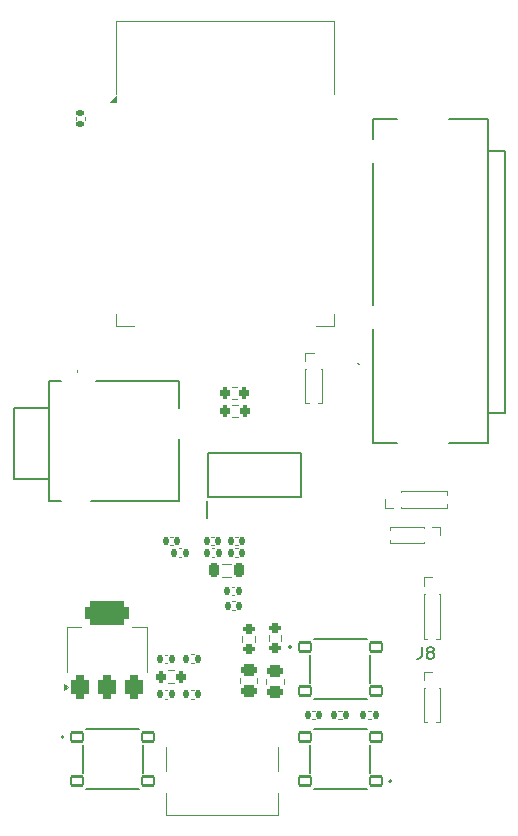
<source format=gto>
G04 #@! TF.GenerationSoftware,KiCad,Pcbnew,8.0.4*
G04 #@! TF.CreationDate,2024-08-02T16:29:59-04:00*
G04 #@! TF.ProjectId,adcesp32,61646365-7370-4333-922e-6b696361645f,rev?*
G04 #@! TF.SameCoordinates,Original*
G04 #@! TF.FileFunction,Legend,Top*
G04 #@! TF.FilePolarity,Positive*
%FSLAX46Y46*%
G04 Gerber Fmt 4.6, Leading zero omitted, Abs format (unit mm)*
G04 Created by KiCad (PCBNEW 8.0.4) date 2024-08-02 16:29:59*
%MOMM*%
%LPD*%
G01*
G04 APERTURE LIST*
G04 Aperture macros list*
%AMRoundRect*
0 Rectangle with rounded corners*
0 $1 Rounding radius*
0 $2 $3 $4 $5 $6 $7 $8 $9 X,Y pos of 4 corners*
0 Add a 4 corners polygon primitive as box body*
4,1,4,$2,$3,$4,$5,$6,$7,$8,$9,$2,$3,0*
0 Add four circle primitives for the rounded corners*
1,1,$1+$1,$2,$3*
1,1,$1+$1,$4,$5*
1,1,$1+$1,$6,$7*
1,1,$1+$1,$8,$9*
0 Add four rect primitives between the rounded corners*
20,1,$1+$1,$2,$3,$4,$5,0*
20,1,$1+$1,$4,$5,$6,$7,0*
20,1,$1+$1,$6,$7,$8,$9,0*
20,1,$1+$1,$8,$9,$2,$3,0*%
G04 Aperture macros list end*
%ADD10C,0.150000*%
%ADD11C,0.120000*%
%ADD12C,0.200000*%
%ADD13C,0.100000*%
%ADD14C,0.127000*%
%ADD15RoundRect,0.140000X-0.140000X-0.170000X0.140000X-0.170000X0.140000X0.170000X-0.140000X0.170000X0*%
%ADD16RoundRect,0.250000X0.450000X-0.262500X0.450000X0.262500X-0.450000X0.262500X-0.450000X-0.262500X0*%
%ADD17R,0.850000X0.850000*%
%ADD18O,0.850000X0.850000*%
%ADD19C,1.100000*%
%ADD20R,1.650000X1.650000*%
%ADD21C,1.650000*%
%ADD22RoundRect,0.135000X-0.135000X-0.185000X0.135000X-0.185000X0.135000X0.185000X-0.135000X0.185000X0*%
%ADD23RoundRect,0.102000X-0.500000X-0.375000X0.500000X-0.375000X0.500000X0.375000X-0.500000X0.375000X0*%
%ADD24RoundRect,0.200000X0.200000X0.275000X-0.200000X0.275000X-0.200000X-0.275000X0.200000X-0.275000X0*%
%ADD25RoundRect,0.140000X0.140000X0.170000X-0.140000X0.170000X-0.140000X-0.170000X0.140000X-0.170000X0*%
%ADD26R,0.300000X1.475000*%
%ADD27RoundRect,0.200000X-0.200000X-0.275000X0.200000X-0.275000X0.200000X0.275000X-0.200000X0.275000X0*%
%ADD28RoundRect,0.135000X0.135000X0.185000X-0.135000X0.185000X-0.135000X-0.185000X0.135000X-0.185000X0*%
%ADD29RoundRect,0.200000X0.275000X-0.200000X0.275000X0.200000X-0.275000X0.200000X-0.275000X-0.200000X0*%
%ADD30C,0.650000*%
%ADD31R,0.600000X1.450000*%
%ADD32R,0.300000X1.450000*%
%ADD33O,1.000000X2.100000*%
%ADD34O,1.000000X1.600000*%
%ADD35RoundRect,0.375000X0.375000X-0.625000X0.375000X0.625000X-0.375000X0.625000X-0.375000X-0.625000X0*%
%ADD36RoundRect,0.500000X1.400000X-0.500000X1.400000X0.500000X-1.400000X0.500000X-1.400000X-0.500000X0*%
%ADD37R,1.500000X0.900000*%
%ADD38R,0.900000X1.500000*%
%ADD39C,0.600000*%
%ADD40R,3.900000X3.900000*%
%ADD41RoundRect,0.140000X0.170000X-0.140000X0.170000X0.140000X-0.170000X0.140000X-0.170000X-0.140000X0*%
%ADD42RoundRect,0.218750X0.218750X0.381250X-0.218750X0.381250X-0.218750X-0.381250X0.218750X-0.381250X0*%
%ADD43C,4.890000*%
%ADD44R,3.750000X3.750000*%
%ADD45C,1.800000*%
%ADD46C,3.750000*%
%ADD47RoundRect,0.102000X0.500000X0.375000X-0.500000X0.375000X-0.500000X-0.375000X0.500000X-0.375000X0*%
G04 APERTURE END LIST*
D10*
X230672366Y-108499119D02*
X230672366Y-109213404D01*
X230672366Y-109213404D02*
X230624747Y-109356261D01*
X230624747Y-109356261D02*
X230529509Y-109451500D01*
X230529509Y-109451500D02*
X230386652Y-109499119D01*
X230386652Y-109499119D02*
X230291414Y-109499119D01*
X231291414Y-108927690D02*
X231196176Y-108880071D01*
X231196176Y-108880071D02*
X231148557Y-108832452D01*
X231148557Y-108832452D02*
X231100938Y-108737214D01*
X231100938Y-108737214D02*
X231100938Y-108689595D01*
X231100938Y-108689595D02*
X231148557Y-108594357D01*
X231148557Y-108594357D02*
X231196176Y-108546738D01*
X231196176Y-108546738D02*
X231291414Y-108499119D01*
X231291414Y-108499119D02*
X231481890Y-108499119D01*
X231481890Y-108499119D02*
X231577128Y-108546738D01*
X231577128Y-108546738D02*
X231624747Y-108594357D01*
X231624747Y-108594357D02*
X231672366Y-108689595D01*
X231672366Y-108689595D02*
X231672366Y-108737214D01*
X231672366Y-108737214D02*
X231624747Y-108832452D01*
X231624747Y-108832452D02*
X231577128Y-108880071D01*
X231577128Y-108880071D02*
X231481890Y-108927690D01*
X231481890Y-108927690D02*
X231291414Y-108927690D01*
X231291414Y-108927690D02*
X231196176Y-108975309D01*
X231196176Y-108975309D02*
X231148557Y-109022928D01*
X231148557Y-109022928D02*
X231100938Y-109118166D01*
X231100938Y-109118166D02*
X231100938Y-109308642D01*
X231100938Y-109308642D02*
X231148557Y-109403880D01*
X231148557Y-109403880D02*
X231196176Y-109451500D01*
X231196176Y-109451500D02*
X231291414Y-109499119D01*
X231291414Y-109499119D02*
X231481890Y-109499119D01*
X231481890Y-109499119D02*
X231577128Y-109451500D01*
X231577128Y-109451500D02*
X231624747Y-109403880D01*
X231624747Y-109403880D02*
X231672366Y-109308642D01*
X231672366Y-109308642D02*
X231672366Y-109118166D01*
X231672366Y-109118166D02*
X231624747Y-109022928D01*
X231624747Y-109022928D02*
X231577128Y-108975309D01*
X231577128Y-108975309D02*
X231481890Y-108927690D01*
D11*
X209372164Y-99140000D02*
X209587836Y-99140000D01*
X209372164Y-99860000D02*
X209587836Y-99860000D01*
X215265000Y-111564564D02*
X215265000Y-111110436D01*
X216735000Y-111564564D02*
X216735000Y-111110436D01*
X208912164Y-112140000D02*
X209127836Y-112140000D01*
X208912164Y-112860000D02*
X209127836Y-112860000D01*
X227565000Y-96695000D02*
X227565000Y-96000000D01*
X228250000Y-96695000D02*
X227565000Y-96695000D01*
X228935000Y-95305000D02*
X232810000Y-95305000D01*
X228935000Y-95391724D02*
X228935000Y-95305000D01*
X228935000Y-96695000D02*
X228935000Y-96608276D01*
X228935000Y-96695000D02*
X232810000Y-96695000D01*
X232810000Y-95605507D02*
X232810000Y-95305000D01*
X232810000Y-96695000D02*
X232810000Y-96394493D01*
D12*
X196100000Y-88250000D02*
X196100000Y-94250000D01*
X196100000Y-94250000D02*
X199100000Y-94250000D01*
X199100000Y-85950000D02*
X199100000Y-96150000D01*
X199100000Y-88250000D02*
X196100000Y-88250000D01*
X199100000Y-96150000D02*
X200100000Y-96150000D01*
X200100000Y-85950000D02*
X199100000Y-85950000D01*
D13*
X201500000Y-85100000D02*
X201500000Y-85100000D01*
X201500000Y-85200000D02*
X201500000Y-85200000D01*
D12*
X202700000Y-96150000D02*
X210100000Y-96150000D01*
X203100000Y-85950000D02*
X210100000Y-85950000D01*
X210100000Y-85950000D02*
X210100000Y-88250000D01*
X210100000Y-96150000D02*
X210100000Y-90850000D01*
D13*
X201500000Y-85100000D02*
G75*
G02*
X201500000Y-85200000I0J-50000D01*
G01*
X201500000Y-85200000D02*
G75*
G02*
X201500000Y-85100000I0J50000D01*
G01*
D11*
X211086359Y-109120000D02*
X211393641Y-109120000D01*
X211086359Y-109880000D02*
X211393641Y-109880000D01*
X214872164Y-99140000D02*
X215087836Y-99140000D01*
X214872164Y-99860000D02*
X215087836Y-99860000D01*
D14*
X201950000Y-116820000D02*
X201950000Y-119180000D01*
X206750000Y-115450000D02*
X202250000Y-115450000D01*
X206750000Y-120550000D02*
X202250000Y-120550000D01*
X207050000Y-119180000D02*
X207050000Y-116820000D01*
D12*
X200350000Y-116125000D02*
G75*
G02*
X200150000Y-116125000I-100000J0D01*
G01*
X200150000Y-116125000D02*
G75*
G02*
X200350000Y-116125000I100000J0D01*
G01*
D11*
X227940000Y-98305000D02*
X227940000Y-98605507D01*
X227940000Y-99394493D02*
X227940000Y-99695000D01*
X230815000Y-98305000D02*
X227940000Y-98305000D01*
X230815000Y-98305000D02*
X230815000Y-98391724D01*
X230815000Y-99608276D02*
X230815000Y-99695000D01*
X230815000Y-99695000D02*
X227940000Y-99695000D01*
X231500000Y-98305000D02*
X232185000Y-98305000D01*
X232185000Y-98305000D02*
X232185000Y-99000000D01*
X215062258Y-86477500D02*
X214587742Y-86477500D01*
X215062258Y-87522500D02*
X214587742Y-87522500D01*
X208912164Y-109140000D02*
X209127836Y-109140000D01*
X208912164Y-109860000D02*
X209127836Y-109860000D01*
X230810700Y-102609300D02*
X231505700Y-102609300D01*
X230810700Y-103294300D02*
X230810700Y-102609300D01*
X230810700Y-103979300D02*
X230810700Y-107854300D01*
X230810700Y-103979300D02*
X230897424Y-103979300D01*
X230810700Y-107854300D02*
X231111207Y-107854300D01*
X231900193Y-107854300D02*
X232200700Y-107854300D01*
X232113976Y-103979300D02*
X232200700Y-103979300D01*
X232200700Y-103979300D02*
X232200700Y-107854300D01*
X217515000Y-111639564D02*
X217515000Y-111185436D01*
X218985000Y-111639564D02*
X218985000Y-111185436D01*
X213087836Y-100140000D02*
X212872164Y-100140000D01*
X213087836Y-100860000D02*
X212872164Y-100860000D01*
D14*
X221200000Y-109195000D02*
X221200000Y-111555000D01*
X226000000Y-107825000D02*
X221500000Y-107825000D01*
X226000000Y-112925000D02*
X221500000Y-112925000D01*
X226300000Y-111555000D02*
X226300000Y-109195000D01*
D12*
X219600000Y-108500000D02*
G75*
G02*
X219400000Y-108500000I-100000J0D01*
G01*
X219400000Y-108500000D02*
G75*
G02*
X219600000Y-108500000I100000J0D01*
G01*
D11*
X214622164Y-104640000D02*
X214837836Y-104640000D01*
X214622164Y-105360000D02*
X214837836Y-105360000D01*
D12*
X212500000Y-97613000D02*
X212500000Y-96138000D01*
X212600000Y-92088000D02*
X220400000Y-92088000D01*
X212600000Y-95788000D02*
X212600000Y-92088000D01*
X220400000Y-92088000D02*
X220400000Y-95788000D01*
X220400000Y-95788000D02*
X212600000Y-95788000D01*
D11*
X209187742Y-110477500D02*
X209662258Y-110477500D01*
X209187742Y-111522500D02*
X209662258Y-111522500D01*
X223586359Y-113870000D02*
X223893641Y-113870000D01*
X223586359Y-114630000D02*
X223893641Y-114630000D01*
X226393641Y-113870000D02*
X226086359Y-113870000D01*
X226393641Y-114630000D02*
X226086359Y-114630000D01*
X230810700Y-110609300D02*
X231505700Y-110609300D01*
X230810700Y-111294300D02*
X230810700Y-110609300D01*
X230810700Y-111979300D02*
X230810700Y-114854300D01*
X230810700Y-111979300D02*
X230897424Y-111979300D01*
X230810700Y-114854300D02*
X231111207Y-114854300D01*
X231900193Y-114854300D02*
X232200700Y-114854300D01*
X232113976Y-111979300D02*
X232200700Y-111979300D01*
X232200700Y-111979300D02*
X232200700Y-114854300D01*
X214582164Y-103390000D02*
X214797836Y-103390000D01*
X214582164Y-104110000D02*
X214797836Y-104110000D01*
X217727500Y-107987258D02*
X217727500Y-107512742D01*
X218772500Y-107987258D02*
X218772500Y-107512742D01*
X209050000Y-116950000D02*
X209050000Y-118950000D01*
X209050000Y-120850000D02*
X209050000Y-122750000D01*
X209050000Y-122750000D02*
X218450000Y-122750000D01*
X218450000Y-116950000D02*
X218450000Y-118950000D01*
X218450000Y-120850000D02*
X218450000Y-122750000D01*
X211403641Y-112120000D02*
X211096359Y-112120000D01*
X211403641Y-112880000D02*
X211096359Y-112880000D01*
X200590000Y-106840000D02*
X201850000Y-106840000D01*
X200590000Y-110600000D02*
X200590000Y-106840000D01*
X207410000Y-106840000D02*
X206150000Y-106840000D01*
X207410000Y-110600000D02*
X207410000Y-106840000D01*
X200690000Y-111880000D02*
X200360000Y-112120000D01*
X200360000Y-111640000D01*
X200690000Y-111880000D01*
G36*
X200690000Y-111880000D02*
G01*
X200360000Y-112120000D01*
X200360000Y-111640000D01*
X200690000Y-111880000D01*
G37*
X213067836Y-99140000D02*
X212852164Y-99140000D01*
X213067836Y-99860000D02*
X212852164Y-99860000D01*
X210082164Y-100140000D02*
X210297836Y-100140000D01*
X210082164Y-100860000D02*
X210297836Y-100860000D01*
X215477500Y-108062258D02*
X215477500Y-107587742D01*
X216522500Y-108062258D02*
X216522500Y-107587742D01*
X220805000Y-83565000D02*
X221500000Y-83565000D01*
X220805000Y-84250000D02*
X220805000Y-83565000D01*
X220805000Y-84935000D02*
X220805000Y-87810000D01*
X220805000Y-84935000D02*
X220891724Y-84935000D01*
X220805000Y-87810000D02*
X221105507Y-87810000D01*
X221894493Y-87810000D02*
X222195000Y-87810000D01*
X222108276Y-84935000D02*
X222195000Y-84935000D01*
X222195000Y-84935000D02*
X222195000Y-87810000D01*
X221392164Y-113890000D02*
X221607836Y-113890000D01*
X221392164Y-114610000D02*
X221607836Y-114610000D01*
X204800000Y-55470000D02*
X204800000Y-61670000D01*
X204800000Y-55470000D02*
X223200000Y-55470000D01*
X204800000Y-80320000D02*
X204800000Y-81320000D01*
X204800000Y-81320000D02*
X206300000Y-81320000D01*
X223200000Y-55470000D02*
X223200000Y-61670000D01*
X223200000Y-81320000D02*
X221700000Y-81320000D01*
X223200000Y-81320000D02*
X223200000Y-80320000D01*
X204800000Y-62345000D02*
X204300000Y-62345000D01*
X204800000Y-61845000D01*
X204800000Y-62345000D01*
G36*
X204800000Y-62345000D02*
G01*
X204300000Y-62345000D01*
X204800000Y-61845000D01*
X204800000Y-62345000D01*
G37*
X215082258Y-87977500D02*
X214607742Y-87977500D01*
X215082258Y-89022500D02*
X214607742Y-89022500D01*
X201390000Y-63877836D02*
X201390000Y-63662164D01*
X202110000Y-63877836D02*
X202110000Y-63662164D01*
X214547122Y-101440000D02*
X213747878Y-101440000D01*
X214547122Y-102560000D02*
X213747878Y-102560000D01*
D13*
X225250000Y-84500000D02*
X225250000Y-84500000D01*
X225350000Y-84500000D02*
X225350000Y-84500000D01*
D12*
X226500000Y-63800000D02*
X228575000Y-63800000D01*
X226500000Y-65500000D02*
X226500000Y-63800000D01*
X226500000Y-79500000D02*
X226500000Y-67500000D01*
X226500000Y-91200000D02*
X226500000Y-81600000D01*
X228575000Y-91200000D02*
X226500000Y-91200000D01*
X232975000Y-63800000D02*
X236250000Y-63800000D01*
X236250000Y-63800000D02*
X236250000Y-91200000D01*
X236250000Y-66500000D02*
X237705000Y-66500000D01*
X236250000Y-91200000D02*
X232975000Y-91200000D01*
X237705000Y-66500000D02*
X237705000Y-88650000D01*
X237705000Y-88650000D02*
X236250000Y-88650000D01*
D13*
X225250000Y-84500000D02*
G75*
G02*
X225350000Y-84500000I50000J0D01*
G01*
X225350000Y-84500000D02*
G75*
G02*
X225250000Y-84500000I-50000J0D01*
G01*
D14*
X221200000Y-116820000D02*
X221200000Y-119180000D01*
X221500000Y-115450000D02*
X226000000Y-115450000D01*
X221500000Y-120550000D02*
X226000000Y-120550000D01*
X226300000Y-119180000D02*
X226300000Y-116820000D01*
D12*
X228100000Y-119875000D02*
G75*
G02*
X227900000Y-119875000I-100000J0D01*
G01*
X227900000Y-119875000D02*
G75*
G02*
X228100000Y-119875000I100000J0D01*
G01*
D11*
X214852164Y-100140000D02*
X215067836Y-100140000D01*
X214852164Y-100860000D02*
X215067836Y-100860000D01*
%LPC*%
D15*
X209000000Y-99500000D03*
X209960000Y-99500000D03*
D16*
X216000000Y-112250000D03*
X216000000Y-110425000D03*
D15*
X208540000Y-112500000D03*
X209500000Y-112500000D03*
D17*
X228250000Y-96000000D03*
D18*
X229250000Y-96000000D03*
X230250000Y-96000000D03*
X231250000Y-96000000D03*
X232250000Y-96000000D03*
D19*
X201500000Y-91250000D03*
X206500000Y-91250000D03*
D20*
X201500000Y-86450000D03*
D21*
X206500000Y-94850000D03*
X209600000Y-89650000D03*
X201500000Y-95750000D03*
D22*
X210730000Y-109500000D03*
X211750000Y-109500000D03*
D15*
X214500000Y-99500000D03*
X215460000Y-99500000D03*
D23*
X201500000Y-116125000D03*
X207500000Y-116125000D03*
X201500000Y-119875000D03*
X207500000Y-119875000D03*
D17*
X231500000Y-99000000D03*
D18*
X230500000Y-99000000D03*
X229500000Y-99000000D03*
X228500000Y-99000000D03*
D24*
X215650000Y-87000000D03*
X214000000Y-87000000D03*
D15*
X208540000Y-109500000D03*
X209500000Y-109500000D03*
D17*
X231505700Y-103294300D03*
D18*
X231505700Y-104294300D03*
X231505700Y-105294300D03*
X231505700Y-106294300D03*
X231505700Y-107294300D03*
D16*
X218250000Y-112325000D03*
X218250000Y-110500000D03*
D25*
X213460000Y-100500000D03*
X212500000Y-100500000D03*
D23*
X220750000Y-108500000D03*
X226750000Y-108500000D03*
X220750000Y-112250000D03*
X226750000Y-112250000D03*
D15*
X214250000Y-105000000D03*
X215210000Y-105000000D03*
D26*
X213000000Y-96876000D03*
X213500000Y-96876000D03*
X214000000Y-96876000D03*
X214500000Y-96876000D03*
X215000000Y-96876000D03*
X215500000Y-96876000D03*
X216000000Y-96876000D03*
X216500000Y-96876000D03*
X217000000Y-96876000D03*
X217500000Y-96876000D03*
X218000000Y-96876000D03*
X218500000Y-96876000D03*
X219000000Y-96876000D03*
X219500000Y-96876000D03*
X220000000Y-96876000D03*
X220000000Y-91000000D03*
X219500000Y-91000000D03*
X219000000Y-91000000D03*
X218500000Y-91000000D03*
X218000000Y-91000000D03*
X217500000Y-91000000D03*
X217000000Y-91000000D03*
X216500000Y-91000000D03*
X216000000Y-91000000D03*
X215500000Y-91000000D03*
X215000000Y-91000000D03*
X214500000Y-91000000D03*
X214000000Y-91000000D03*
X213500000Y-91000000D03*
X213000000Y-91000000D03*
D27*
X208600000Y-111000000D03*
X210250000Y-111000000D03*
D22*
X223230000Y-114250000D03*
X224250000Y-114250000D03*
D28*
X226750000Y-114250000D03*
X225730000Y-114250000D03*
D17*
X231505700Y-111294300D03*
D18*
X231505700Y-112294300D03*
X231505700Y-113294300D03*
X231505700Y-114294300D03*
D15*
X214210000Y-103750000D03*
X215170000Y-103750000D03*
D29*
X218250000Y-108575000D03*
X218250000Y-106925000D03*
D30*
X210860000Y-116250000D03*
X216640000Y-116250000D03*
D31*
X210500000Y-114805000D03*
X211300000Y-114805000D03*
D32*
X212500000Y-114805000D03*
X213500000Y-114805000D03*
X214000000Y-114805000D03*
X215000000Y-114805000D03*
D31*
X216200000Y-114805000D03*
X217000000Y-114805000D03*
X217000000Y-114805000D03*
X216200000Y-114805000D03*
D32*
X215500000Y-114805000D03*
X214500000Y-114805000D03*
X213000000Y-114805000D03*
X212000000Y-114805000D03*
D31*
X211300000Y-114805000D03*
X210500000Y-114805000D03*
D33*
X209430000Y-115720000D03*
D34*
X209430000Y-119900000D03*
D33*
X218070000Y-115720000D03*
D34*
X218070000Y-119900000D03*
D28*
X211760000Y-112500000D03*
X210740000Y-112500000D03*
D35*
X201700000Y-111900000D03*
X204000000Y-111900000D03*
D36*
X204000000Y-105600000D03*
D35*
X206300000Y-111900000D03*
D25*
X213440000Y-99500000D03*
X212480000Y-99500000D03*
D15*
X209710000Y-100500000D03*
X210670000Y-100500000D03*
D29*
X216000000Y-108650000D03*
X216000000Y-107000000D03*
D17*
X221500000Y-84250000D03*
D18*
X221500000Y-85250000D03*
X221500000Y-86250000D03*
X221500000Y-87250000D03*
D15*
X221020000Y-114250000D03*
X221980000Y-114250000D03*
D37*
X205250000Y-63110000D03*
X205250000Y-64380000D03*
X205250000Y-65650000D03*
X205250000Y-66920000D03*
X205250000Y-68190000D03*
X205250000Y-69460000D03*
X205250000Y-70730000D03*
X205250000Y-72000000D03*
X205250000Y-73270000D03*
X205250000Y-74540000D03*
X205250000Y-75810000D03*
X205250000Y-77080000D03*
X205250000Y-78350000D03*
X205250000Y-79620000D03*
D38*
X207015000Y-80870000D03*
X208285000Y-80870000D03*
X209555000Y-80870000D03*
X210825000Y-80870000D03*
X212095000Y-80870000D03*
X213365000Y-80870000D03*
X214635000Y-80870000D03*
X215905000Y-80870000D03*
X217175000Y-80870000D03*
X218445000Y-80870000D03*
X219715000Y-80870000D03*
X220985000Y-80870000D03*
D37*
X222750000Y-79620000D03*
X222750000Y-78350000D03*
X222750000Y-77080000D03*
X222750000Y-75810000D03*
X222750000Y-74540000D03*
X222750000Y-73270000D03*
X222750000Y-72000000D03*
X222750000Y-70730000D03*
X222750000Y-69460000D03*
X222750000Y-68190000D03*
X222750000Y-66920000D03*
X222750000Y-65650000D03*
X222750000Y-64380000D03*
X222750000Y-63110000D03*
D39*
X211100000Y-70130000D03*
X211100000Y-71530000D03*
X211800000Y-69430000D03*
X211800000Y-70830000D03*
X211800000Y-72230000D03*
X212500000Y-70130000D03*
D40*
X212500000Y-70830000D03*
D39*
X212500000Y-71530000D03*
X213200000Y-69430000D03*
X213200000Y-70830000D03*
X213200000Y-72230000D03*
X213900000Y-70130000D03*
X213900000Y-71530000D03*
D24*
X215670000Y-88500000D03*
X214020000Y-88500000D03*
D41*
X201750000Y-64250000D03*
X201750000Y-63290000D03*
D42*
X215210000Y-102000000D03*
X213085000Y-102000000D03*
D43*
X230750000Y-65350000D03*
X230750000Y-89650000D03*
D44*
X230750000Y-84500000D03*
D45*
X226000000Y-80500000D03*
D46*
X230750000Y-70500000D03*
D45*
X226000000Y-66500000D03*
D47*
X226750000Y-119875000D03*
X220750000Y-119875000D03*
X226750000Y-116125000D03*
X220750000Y-116125000D03*
D15*
X214480000Y-100500000D03*
X215440000Y-100500000D03*
%LPD*%
M02*

</source>
